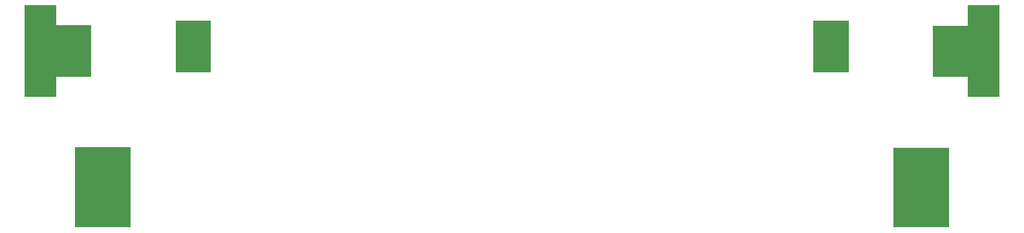
<source format=gbr>
%TF.GenerationSoftware,KiCad,Pcbnew,9.0.6-rc2*%
%TF.CreationDate,2025-11-03T16:18:09-08:00*%
%TF.ProjectId,FPC_Trigger_Board,4650435f-5472-4696-9767-65725f426f61,rev?*%
%TF.SameCoordinates,Original*%
%TF.FileFunction,Glue,Top*%
%TF.FilePolarity,Positive*%
%FSLAX46Y46*%
G04 Gerber Fmt 4.6, Leading zero omitted, Abs format (unit mm)*
G04 Created by KiCad (PCBNEW 9.0.6-rc2) date 2025-11-03 16:18:09*
%MOMM*%
%LPD*%
G01*
G04 APERTURE LIST*
%ADD10C,0.000000*%
G04 APERTURE END LIST*
D10*
G36*
X262751849Y-144037051D02*
G01*
X258154450Y-144037051D01*
X258154450Y-137306051D01*
X262751850Y-137306051D01*
X262751849Y-144037051D01*
G37*
G36*
X158967449Y-147313651D02*
G01*
X154801850Y-147313651D01*
X154801850Y-135248651D01*
X158967450Y-135248651D01*
X158967449Y-147313651D01*
G37*
G36*
X268646966Y-153943051D02*
G01*
X275936766Y-153943051D01*
X275936766Y-164407851D01*
X268646966Y-164407851D01*
X268646966Y-153943051D01*
G37*
G36*
X163539450Y-137890252D02*
G01*
X163539450Y-144621251D01*
X158942050Y-144621251D01*
X158942050Y-137890251D01*
X163539450Y-137890252D01*
G37*
G36*
X179211250Y-144049823D02*
G01*
X174613850Y-144049823D01*
X174613849Y-137318823D01*
X179211250Y-137318823D01*
X179211250Y-144049823D01*
G37*
G36*
X161456650Y-153917651D02*
G01*
X168746450Y-153917651D01*
X168746450Y-164382451D01*
X161456650Y-164382451D01*
X161456650Y-153917651D01*
G37*
G36*
X278398249Y-144655186D02*
G01*
X273800850Y-144655186D01*
X273800850Y-137924186D01*
X278398250Y-137924186D01*
X278398249Y-144655186D01*
G37*
G36*
X278372850Y-135248651D02*
G01*
X282538450Y-135248651D01*
X282538450Y-147313652D01*
X278372850Y-147313652D01*
X278372850Y-135248651D01*
G37*
M02*

</source>
